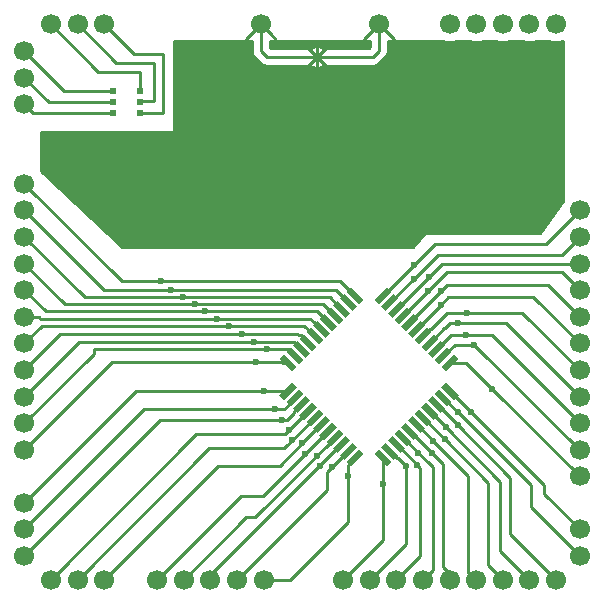
<source format=gbr>
G04 #@! TF.FileFunction,Copper,L1,Top,Signal*
%FSLAX46Y46*%
G04 Gerber Fmt 4.6, Leading zero omitted, Abs format (unit mm)*
G04 Created by KiCad (PCBNEW 4.0.1-stable) date Friday, September 23, 2016 'AMt' 01:17:15 AM*
%MOMM*%
G01*
G04 APERTURE LIST*
%ADD10C,0.100000*%
%ADD11R,0.600000X0.500000*%
%ADD12C,0.600000*%
%ADD13C,1.700000*%
%ADD14C,0.250000*%
%ADD15C,0.254000*%
G04 APERTURE END LIST*
D10*
D11*
X111300000Y-52100000D03*
X109000000Y-52100000D03*
X111300000Y-53050000D03*
X109000000Y-53050000D03*
X111300000Y-54000000D03*
X109000000Y-54000000D03*
D10*
G36*
X128743134Y-69135188D02*
X129132042Y-68746280D01*
X130192702Y-69806940D01*
X129803794Y-70195848D01*
X128743134Y-69135188D01*
X128743134Y-69135188D01*
G37*
G36*
X128177449Y-69700874D02*
X128566357Y-69311966D01*
X129627017Y-70372626D01*
X129238109Y-70761534D01*
X128177449Y-69700874D01*
X128177449Y-69700874D01*
G37*
G36*
X127611764Y-70266559D02*
X128000672Y-69877651D01*
X129061332Y-70938311D01*
X128672424Y-71327219D01*
X127611764Y-70266559D01*
X127611764Y-70266559D01*
G37*
G36*
X127046078Y-70832244D02*
X127434986Y-70443336D01*
X128495646Y-71503996D01*
X128106738Y-71892904D01*
X127046078Y-70832244D01*
X127046078Y-70832244D01*
G37*
G36*
X126480393Y-71397930D02*
X126869301Y-71009022D01*
X127929961Y-72069682D01*
X127541053Y-72458590D01*
X126480393Y-71397930D01*
X126480393Y-71397930D01*
G37*
G36*
X125914707Y-71963615D02*
X126303615Y-71574707D01*
X127364275Y-72635367D01*
X126975367Y-73024275D01*
X125914707Y-71963615D01*
X125914707Y-71963615D01*
G37*
G36*
X125349022Y-72529301D02*
X125737930Y-72140393D01*
X126798590Y-73201053D01*
X126409682Y-73589961D01*
X125349022Y-72529301D01*
X125349022Y-72529301D01*
G37*
G36*
X124783336Y-73094986D02*
X125172244Y-72706078D01*
X126232904Y-73766738D01*
X125843996Y-74155646D01*
X124783336Y-73094986D01*
X124783336Y-73094986D01*
G37*
G36*
X124217651Y-73660672D02*
X124606559Y-73271764D01*
X125667219Y-74332424D01*
X125278311Y-74721332D01*
X124217651Y-73660672D01*
X124217651Y-73660672D01*
G37*
G36*
X123651966Y-74226357D02*
X124040874Y-73837449D01*
X125101534Y-74898109D01*
X124712626Y-75287017D01*
X123651966Y-74226357D01*
X123651966Y-74226357D01*
G37*
G36*
X123086280Y-74792042D02*
X123475188Y-74403134D01*
X124535848Y-75463794D01*
X124146940Y-75852702D01*
X123086280Y-74792042D01*
X123086280Y-74792042D01*
G37*
G36*
X123475188Y-78256866D02*
X123086280Y-77867958D01*
X124146940Y-76807298D01*
X124535848Y-77196206D01*
X123475188Y-78256866D01*
X123475188Y-78256866D01*
G37*
G36*
X124040874Y-78822551D02*
X123651966Y-78433643D01*
X124712626Y-77372983D01*
X125101534Y-77761891D01*
X124040874Y-78822551D01*
X124040874Y-78822551D01*
G37*
G36*
X124606559Y-79388236D02*
X124217651Y-78999328D01*
X125278311Y-77938668D01*
X125667219Y-78327576D01*
X124606559Y-79388236D01*
X124606559Y-79388236D01*
G37*
G36*
X125172244Y-79953922D02*
X124783336Y-79565014D01*
X125843996Y-78504354D01*
X126232904Y-78893262D01*
X125172244Y-79953922D01*
X125172244Y-79953922D01*
G37*
G36*
X125737930Y-80519607D02*
X125349022Y-80130699D01*
X126409682Y-79070039D01*
X126798590Y-79458947D01*
X125737930Y-80519607D01*
X125737930Y-80519607D01*
G37*
G36*
X126303615Y-81085293D02*
X125914707Y-80696385D01*
X126975367Y-79635725D01*
X127364275Y-80024633D01*
X126303615Y-81085293D01*
X126303615Y-81085293D01*
G37*
G36*
X126869301Y-81650978D02*
X126480393Y-81262070D01*
X127541053Y-80201410D01*
X127929961Y-80590318D01*
X126869301Y-81650978D01*
X126869301Y-81650978D01*
G37*
G36*
X127434986Y-82216664D02*
X127046078Y-81827756D01*
X128106738Y-80767096D01*
X128495646Y-81156004D01*
X127434986Y-82216664D01*
X127434986Y-82216664D01*
G37*
G36*
X128000672Y-82782349D02*
X127611764Y-82393441D01*
X128672424Y-81332781D01*
X129061332Y-81721689D01*
X128000672Y-82782349D01*
X128000672Y-82782349D01*
G37*
G36*
X128566357Y-83348034D02*
X128177449Y-82959126D01*
X129238109Y-81898466D01*
X129627017Y-82287374D01*
X128566357Y-83348034D01*
X128566357Y-83348034D01*
G37*
G36*
X129132042Y-83913720D02*
X128743134Y-83524812D01*
X129803794Y-82464152D01*
X130192702Y-82853060D01*
X129132042Y-83913720D01*
X129132042Y-83913720D01*
G37*
G36*
X131147298Y-82853060D02*
X131536206Y-82464152D01*
X132596866Y-83524812D01*
X132207958Y-83913720D01*
X131147298Y-82853060D01*
X131147298Y-82853060D01*
G37*
G36*
X131712983Y-82287374D02*
X132101891Y-81898466D01*
X133162551Y-82959126D01*
X132773643Y-83348034D01*
X131712983Y-82287374D01*
X131712983Y-82287374D01*
G37*
G36*
X132278668Y-81721689D02*
X132667576Y-81332781D01*
X133728236Y-82393441D01*
X133339328Y-82782349D01*
X132278668Y-81721689D01*
X132278668Y-81721689D01*
G37*
G36*
X132844354Y-81156004D02*
X133233262Y-80767096D01*
X134293922Y-81827756D01*
X133905014Y-82216664D01*
X132844354Y-81156004D01*
X132844354Y-81156004D01*
G37*
G36*
X133410039Y-80590318D02*
X133798947Y-80201410D01*
X134859607Y-81262070D01*
X134470699Y-81650978D01*
X133410039Y-80590318D01*
X133410039Y-80590318D01*
G37*
G36*
X133975725Y-80024633D02*
X134364633Y-79635725D01*
X135425293Y-80696385D01*
X135036385Y-81085293D01*
X133975725Y-80024633D01*
X133975725Y-80024633D01*
G37*
G36*
X134541410Y-79458947D02*
X134930318Y-79070039D01*
X135990978Y-80130699D01*
X135602070Y-80519607D01*
X134541410Y-79458947D01*
X134541410Y-79458947D01*
G37*
G36*
X135107096Y-78893262D02*
X135496004Y-78504354D01*
X136556664Y-79565014D01*
X136167756Y-79953922D01*
X135107096Y-78893262D01*
X135107096Y-78893262D01*
G37*
G36*
X135672781Y-78327576D02*
X136061689Y-77938668D01*
X137122349Y-78999328D01*
X136733441Y-79388236D01*
X135672781Y-78327576D01*
X135672781Y-78327576D01*
G37*
G36*
X136238466Y-77761891D02*
X136627374Y-77372983D01*
X137688034Y-78433643D01*
X137299126Y-78822551D01*
X136238466Y-77761891D01*
X136238466Y-77761891D01*
G37*
G36*
X136804152Y-77196206D02*
X137193060Y-76807298D01*
X138253720Y-77867958D01*
X137864812Y-78256866D01*
X136804152Y-77196206D01*
X136804152Y-77196206D01*
G37*
G36*
X137193060Y-75852702D02*
X136804152Y-75463794D01*
X137864812Y-74403134D01*
X138253720Y-74792042D01*
X137193060Y-75852702D01*
X137193060Y-75852702D01*
G37*
G36*
X136627374Y-75287017D02*
X136238466Y-74898109D01*
X137299126Y-73837449D01*
X137688034Y-74226357D01*
X136627374Y-75287017D01*
X136627374Y-75287017D01*
G37*
G36*
X136061689Y-74721332D02*
X135672781Y-74332424D01*
X136733441Y-73271764D01*
X137122349Y-73660672D01*
X136061689Y-74721332D01*
X136061689Y-74721332D01*
G37*
G36*
X135496004Y-74155646D02*
X135107096Y-73766738D01*
X136167756Y-72706078D01*
X136556664Y-73094986D01*
X135496004Y-74155646D01*
X135496004Y-74155646D01*
G37*
G36*
X134930318Y-73589961D02*
X134541410Y-73201053D01*
X135602070Y-72140393D01*
X135990978Y-72529301D01*
X134930318Y-73589961D01*
X134930318Y-73589961D01*
G37*
G36*
X134364633Y-73024275D02*
X133975725Y-72635367D01*
X135036385Y-71574707D01*
X135425293Y-71963615D01*
X134364633Y-73024275D01*
X134364633Y-73024275D01*
G37*
G36*
X133798947Y-72458590D02*
X133410039Y-72069682D01*
X134470699Y-71009022D01*
X134859607Y-71397930D01*
X133798947Y-72458590D01*
X133798947Y-72458590D01*
G37*
G36*
X133233262Y-71892904D02*
X132844354Y-71503996D01*
X133905014Y-70443336D01*
X134293922Y-70832244D01*
X133233262Y-71892904D01*
X133233262Y-71892904D01*
G37*
G36*
X132667576Y-71327219D02*
X132278668Y-70938311D01*
X133339328Y-69877651D01*
X133728236Y-70266559D01*
X132667576Y-71327219D01*
X132667576Y-71327219D01*
G37*
G36*
X132101891Y-70761534D02*
X131712983Y-70372626D01*
X132773643Y-69311966D01*
X133162551Y-69700874D01*
X132101891Y-70761534D01*
X132101891Y-70761534D01*
G37*
G36*
X131536206Y-70195848D02*
X131147298Y-69806940D01*
X132207958Y-68746280D01*
X132596866Y-69135188D01*
X131536206Y-70195848D01*
X131536206Y-70195848D01*
G37*
D12*
X126250000Y-49250000D03*
X126250000Y-49250000D03*
D13*
X121500000Y-46500000D03*
X131500000Y-46500000D03*
D12*
X113050000Y-68253146D03*
X113875000Y-69000000D03*
X114925000Y-69600000D03*
X115900000Y-70200000D03*
X116800000Y-70800000D03*
X117825000Y-71400000D03*
X118850000Y-72000000D03*
X119950000Y-72700000D03*
X120975000Y-73395508D03*
X122000000Y-73961193D03*
X121075000Y-75100000D03*
X134493146Y-66850000D03*
X134449517Y-68025000D03*
X135730887Y-67875000D03*
X135675000Y-69062258D03*
X136800000Y-69068629D03*
X136775000Y-70225000D03*
X139000000Y-70900000D03*
X138200000Y-71800000D03*
X138875000Y-72800000D03*
X139600000Y-73600000D03*
X141125000Y-77375000D03*
X139296854Y-79300000D03*
X138200000Y-79334517D03*
X138175000Y-80440887D03*
X137177742Y-80575000D03*
X137096371Y-81625000D03*
X136090000Y-81750000D03*
X135975000Y-82766371D03*
X134855530Y-82800000D03*
X134724160Y-83800000D03*
X133800000Y-83900000D03*
X131872082Y-85450000D03*
X128875000Y-84725000D03*
X127525000Y-84000483D03*
X126529112Y-83875000D03*
X126275000Y-82997742D03*
X125266370Y-82875000D03*
X125025000Y-81975000D03*
X124150000Y-81725000D03*
X123925000Y-80822258D03*
X123350000Y-80000000D03*
X122750000Y-79100000D03*
X121750000Y-77532082D03*
D13*
X101500000Y-53250000D03*
X146500000Y-93500000D03*
X146500000Y-46500000D03*
X144250000Y-93500000D03*
X144250000Y-46500000D03*
X142000000Y-93500000D03*
X142000000Y-46500000D03*
X139750000Y-93500000D03*
X139750000Y-46500000D03*
X137500000Y-93500000D03*
X137500000Y-46500000D03*
X135250000Y-93500000D03*
X133000000Y-93500000D03*
X130750000Y-93500000D03*
X128500000Y-93500000D03*
X121750000Y-93500000D03*
X119500000Y-93500000D03*
X117250000Y-93500000D03*
X115000000Y-93500000D03*
X112750000Y-93500000D03*
X108250000Y-93500000D03*
X108250000Y-46500000D03*
X106000000Y-93500000D03*
X106000000Y-46500000D03*
X103750000Y-93500000D03*
X103750000Y-46500000D03*
X101500000Y-91500000D03*
X148500000Y-91500000D03*
X148500000Y-89250000D03*
X148500000Y-84750000D03*
X148500000Y-82500000D03*
X148500000Y-80250000D03*
X148500000Y-78000000D03*
X148500000Y-75750000D03*
X148500000Y-73500000D03*
X148500000Y-71250000D03*
X148500000Y-69000000D03*
X148500000Y-66750000D03*
X148500000Y-64500000D03*
X148500000Y-62250000D03*
X101500000Y-89250000D03*
X101500000Y-87000000D03*
X101500000Y-82500000D03*
X101500000Y-80250000D03*
X101500000Y-78000000D03*
X101500000Y-75750000D03*
X101500000Y-73500000D03*
X101500000Y-71250000D03*
X101500000Y-69000000D03*
X101500000Y-66750000D03*
X101500000Y-64500000D03*
X101500000Y-62250000D03*
X101500000Y-60000000D03*
X101500000Y-51000000D03*
X101500000Y-48750000D03*
D14*
X126250000Y-49250000D02*
X127000000Y-50000000D01*
X127000000Y-48500000D02*
X125500000Y-50000000D01*
X126250000Y-49250000D02*
X127000000Y-48500000D01*
X125950001Y-48950001D02*
X125500000Y-48500000D01*
X126250000Y-49250000D02*
X125950001Y-48950001D01*
X132349999Y-47349999D02*
X132750000Y-47750000D01*
X131500000Y-46500000D02*
X132349999Y-47349999D01*
X130650001Y-47349999D02*
X130250000Y-47750000D01*
X131500000Y-46500000D02*
X130650001Y-47349999D01*
X122349999Y-47349999D02*
X122750000Y-47750000D01*
X121500000Y-46500000D02*
X122349999Y-47349999D01*
X120650001Y-47349999D02*
X120250000Y-47750000D01*
X121500000Y-46500000D02*
X120650001Y-47349999D01*
X126250000Y-50250000D02*
X126250000Y-48250000D01*
X126250000Y-49250000D02*
X126250000Y-50250000D01*
X131500000Y-48750000D02*
X131000000Y-49250000D01*
X131000000Y-49250000D02*
X126250000Y-49250000D01*
X131500000Y-46500000D02*
X131500000Y-48750000D01*
X122000000Y-49250000D02*
X126250000Y-49250000D01*
X121500000Y-48750000D02*
X122000000Y-49250000D01*
X121500000Y-46500000D02*
X121500000Y-48750000D01*
X113250000Y-49000000D02*
X110750000Y-49000000D01*
X124000000Y-93500000D02*
X121750000Y-93500000D01*
X136090000Y-81750000D02*
X139090000Y-84750000D01*
X139090000Y-84750000D02*
X139090000Y-92910000D01*
X139090000Y-92910000D02*
X139160000Y-92910000D01*
X139160000Y-92910000D02*
X139750000Y-93500000D01*
X136908629Y-83700000D02*
X136908629Y-92408629D01*
X136908629Y-92408629D02*
X137500000Y-93000000D01*
X137500000Y-93000000D02*
X137500000Y-93500000D01*
X129467918Y-83188936D02*
X128866878Y-83789976D01*
X128866878Y-83789976D02*
X128866878Y-88633122D01*
X128866878Y-88633122D02*
X124000000Y-93500000D01*
X128250000Y-68253146D02*
X113050000Y-68253146D01*
X113050000Y-68253146D02*
X109753146Y-68253146D01*
X127865483Y-69000000D02*
X113875000Y-69000000D01*
X113875000Y-69000000D02*
X108250000Y-69000000D01*
X127334113Y-69600000D02*
X114925000Y-69600000D01*
X114925000Y-69600000D02*
X106600000Y-69600000D01*
X126800000Y-70200000D02*
X115900000Y-70200000D01*
X115900000Y-70200000D02*
X104950000Y-70200000D01*
X126271371Y-70800000D02*
X116800000Y-70800000D01*
X116800000Y-70800000D02*
X103300000Y-70800000D01*
X125700000Y-71400000D02*
X117825000Y-71400000D01*
X117825000Y-71400000D02*
X102800000Y-71400000D01*
X125208629Y-72000000D02*
X118850000Y-72000000D01*
X118850000Y-72000000D02*
X103000000Y-72000000D01*
X124600000Y-72700000D02*
X119950000Y-72700000D01*
X119950000Y-72700000D02*
X104550000Y-72700000D01*
X124341395Y-73395508D02*
X120975000Y-73395508D01*
X120975000Y-73395508D02*
X120095508Y-73395508D01*
X123775710Y-73961193D02*
X122000000Y-73961193D01*
X122000000Y-73961193D02*
X107361193Y-73961193D01*
X123294238Y-75100000D02*
X121075000Y-75100000D01*
X121075000Y-75100000D02*
X108900000Y-75100000D01*
X131872082Y-69471064D02*
X134493146Y-66850000D01*
X134493146Y-66850000D02*
X136243146Y-65100000D01*
X132437767Y-70036750D02*
X134449517Y-68025000D01*
X134449517Y-68025000D02*
X136474517Y-66000000D01*
X133003452Y-70602435D02*
X135730887Y-67875000D01*
X135730887Y-67875000D02*
X136855887Y-66750000D01*
X133569138Y-71168120D02*
X135675000Y-69062258D01*
X135675000Y-69062258D02*
X137237258Y-67500000D01*
X134134823Y-71733806D02*
X136800000Y-69068629D01*
X136800000Y-69068629D02*
X137268629Y-68600000D01*
X134700509Y-72299491D02*
X136775000Y-70225000D01*
X136775000Y-70225000D02*
X137400000Y-69600000D01*
X137300000Y-70900000D02*
X139000000Y-70900000D01*
X139000000Y-70900000D02*
X143650000Y-70900000D01*
X137500000Y-71800000D02*
X138200000Y-71800000D01*
X138200000Y-71800000D02*
X142300000Y-71800000D01*
X137594113Y-72800000D02*
X138875000Y-72800000D01*
X138875000Y-72800000D02*
X141050000Y-72800000D01*
X138877918Y-75127918D02*
X141125000Y-77375000D01*
X141125000Y-77375000D02*
X148500000Y-84750000D01*
X137528936Y-77532082D02*
X139296854Y-79300000D01*
X139296854Y-79300000D02*
X145500000Y-85503146D01*
X136963250Y-78097767D02*
X138200000Y-79334517D01*
X138200000Y-79334517D02*
X144365483Y-85500000D01*
X136397565Y-78663452D02*
X138175000Y-80440887D01*
X138175000Y-80440887D02*
X142600000Y-84865887D01*
X135831880Y-79229138D02*
X137177742Y-80575000D01*
X137177742Y-80575000D02*
X141802742Y-85200000D01*
X135266194Y-79794823D02*
X137096371Y-81625000D01*
X137096371Y-81625000D02*
X140771371Y-85300000D01*
X134700509Y-80360509D02*
X136090000Y-81750000D01*
X134134823Y-80926194D02*
X135975000Y-82766371D01*
X135975000Y-82766371D02*
X136908629Y-83700000D01*
X131872082Y-83188936D02*
X131872082Y-85450000D01*
X131872082Y-85450000D02*
X131872082Y-90127918D01*
X128902233Y-82623250D02*
X127525000Y-84000483D01*
X127525000Y-84000483D02*
X127125483Y-84400000D01*
X126639491Y-80360509D02*
X125025000Y-81975000D01*
X125025000Y-81975000D02*
X123100000Y-83900000D01*
X123700000Y-80000000D02*
X123350000Y-80000000D01*
X123350000Y-80000000D02*
X113000000Y-80000000D01*
X123500000Y-79100000D02*
X122750000Y-79100000D01*
X122750000Y-79100000D02*
X111650000Y-79100000D01*
X123811064Y-77532082D02*
X121750000Y-77532082D01*
X121750000Y-77532082D02*
X110967918Y-77532082D01*
X136243146Y-65100000D02*
X145650000Y-65100000D01*
X145650000Y-65100000D02*
X148500000Y-62250000D01*
X136474517Y-66000000D02*
X147000000Y-66000000D01*
X147000000Y-66000000D02*
X148500000Y-64500000D01*
X136855887Y-66750000D02*
X148500000Y-66750000D01*
X137237258Y-67500000D02*
X147000000Y-67500000D01*
X147000000Y-67500000D02*
X148500000Y-69000000D01*
X137268629Y-68600000D02*
X145850000Y-68600000D01*
X145850000Y-68600000D02*
X148500000Y-71250000D01*
X137400000Y-69600000D02*
X144600000Y-69600000D01*
X144600000Y-69600000D02*
X148500000Y-73500000D01*
X143650000Y-70900000D02*
X148500000Y-75750000D01*
X135935863Y-72264137D02*
X137300000Y-70900000D01*
X135266194Y-72865177D02*
X135867234Y-72264137D01*
X135867234Y-72264137D02*
X135935863Y-72264137D01*
X142300000Y-71800000D02*
X148500000Y-78000000D01*
X137100000Y-72200000D02*
X137500000Y-71800000D01*
X137062742Y-72200000D02*
X137100000Y-72200000D01*
X135831880Y-73430862D02*
X137062742Y-72200000D01*
X136397565Y-73996548D02*
X137594113Y-72800000D01*
X141050000Y-72800000D02*
X148500000Y-80250000D01*
X136963250Y-74562233D02*
X137925483Y-73600000D01*
X137925483Y-73600000D02*
X139600000Y-73600000D01*
X139600000Y-73600000D02*
X148500000Y-82500000D01*
X137528936Y-75127918D02*
X138877918Y-75127918D01*
X145500000Y-85503146D02*
X145500000Y-86250000D01*
X145500000Y-86250000D02*
X148500000Y-89250000D01*
X144365483Y-85500000D02*
X144365483Y-87365483D01*
X144365483Y-87365483D02*
X148500000Y-91500000D01*
X142600000Y-84865887D02*
X142600000Y-89600000D01*
X142600000Y-89600000D02*
X146500000Y-93500000D01*
X141802742Y-85200000D02*
X141802742Y-91052742D01*
X141802742Y-91052742D02*
X144250000Y-93500000D01*
X140771371Y-85300000D02*
X140771371Y-92271371D01*
X140771371Y-92271371D02*
X142000000Y-93500000D01*
X136908629Y-83700000D02*
X136908629Y-83708629D01*
X136100000Y-84000000D02*
X136099999Y-92650001D01*
X136099999Y-92650001D02*
X135250000Y-93500000D01*
X135922742Y-83822742D02*
X136100000Y-84000000D01*
X135900000Y-83822742D02*
X135922742Y-83822742D01*
X133569138Y-81491880D02*
X135900000Y-83822742D01*
X135000000Y-84054113D02*
X135000000Y-91500000D01*
X135000000Y-91500000D02*
X133000000Y-93500000D01*
X133003452Y-82057565D02*
X135000000Y-84054113D01*
X133800000Y-83900000D02*
X133800000Y-90450000D01*
X133800000Y-90450000D02*
X130750000Y-93500000D01*
X133124290Y-83224290D02*
X133800000Y-83900000D01*
X132437767Y-82623250D02*
X133038807Y-83224290D01*
X133038807Y-83224290D02*
X133124290Y-83224290D01*
X131872082Y-90127918D02*
X128500000Y-93500000D01*
X127125483Y-84400000D02*
X127125483Y-85874517D01*
X127125483Y-85874517D02*
X119500000Y-93500000D01*
X128336548Y-82057565D02*
X117250000Y-93144113D01*
X117250000Y-93144113D02*
X117250000Y-93500000D01*
X121062742Y-88200000D02*
X120300000Y-88200000D01*
X120300000Y-88200000D02*
X115000000Y-93500000D01*
X127770862Y-81491880D02*
X121062742Y-88200000D01*
X121700000Y-86400000D02*
X119850000Y-86400000D01*
X119850000Y-86400000D02*
X112750000Y-93500000D01*
X123968629Y-84131371D02*
X121700000Y-86400000D01*
X124000000Y-84131371D02*
X123968629Y-84131371D01*
X127205177Y-80926194D02*
X124000000Y-84131371D01*
X123100000Y-83900000D02*
X117850000Y-83900000D01*
X117850000Y-83900000D02*
X108250000Y-93500000D01*
X123468629Y-82400000D02*
X117100000Y-82400000D01*
X117100000Y-82400000D02*
X106000000Y-93500000D01*
X126073806Y-79794823D02*
X123468629Y-82400000D01*
X123537258Y-81200000D02*
X116050000Y-81200000D01*
X116050000Y-81200000D02*
X103750000Y-93500000D01*
X125508120Y-79229138D02*
X123537258Y-81200000D01*
X113000000Y-80000000D02*
X101500000Y-91500000D01*
X124341395Y-79358605D02*
X123700000Y-80000000D01*
X124942435Y-78663452D02*
X124341395Y-79264492D01*
X124341395Y-79264492D02*
X124341395Y-79358605D01*
X111650000Y-79100000D02*
X101500000Y-89250000D01*
X123775710Y-78824290D02*
X123500000Y-79100000D01*
X124376750Y-78097767D02*
X123775710Y-78698807D01*
X123775710Y-78698807D02*
X123775710Y-78824290D01*
X110967918Y-77532082D02*
X101500000Y-87000000D01*
X108900000Y-75100000D02*
X101500000Y-82500000D01*
X123811064Y-75127918D02*
X123322156Y-75127918D01*
X123322156Y-75127918D02*
X123294238Y-75100000D01*
X107361193Y-73961193D02*
X107361193Y-74388807D01*
X107361193Y-74388807D02*
X101500000Y-80250000D01*
X124376750Y-74562233D02*
X123775710Y-73961193D01*
X120091016Y-73400000D02*
X106100000Y-73400000D01*
X106100000Y-73400000D02*
X101500000Y-78000000D01*
X120095508Y-73395508D02*
X120091016Y-73400000D01*
X124942435Y-73996548D02*
X124341395Y-73395508D01*
X104550000Y-72700000D02*
X101500000Y-75750000D01*
X124729822Y-72829822D02*
X124600000Y-72700000D01*
X125508120Y-73430862D02*
X124907080Y-72829822D01*
X124907080Y-72829822D02*
X124729822Y-72829822D01*
X103000000Y-72000000D02*
X101500000Y-73500000D01*
X126073806Y-72865177D02*
X125208629Y-72000000D01*
X126639491Y-72299491D02*
X126038451Y-71698451D01*
X126038451Y-71698451D02*
X125998451Y-71698451D01*
X125998451Y-71698451D02*
X125700000Y-71400000D01*
X102702081Y-71250000D02*
X101500000Y-71250000D01*
X102800000Y-71400000D02*
X102800000Y-71347919D01*
X102800000Y-71347919D02*
X102702081Y-71250000D01*
X103300000Y-70800000D02*
X101500000Y-69000000D01*
X127205177Y-71733806D02*
X126271371Y-70800000D01*
X127770862Y-71168120D02*
X127169822Y-70567080D01*
X127169822Y-70567080D02*
X127167080Y-70567080D01*
X127167080Y-70567080D02*
X126800000Y-70200000D01*
X104950000Y-70200000D02*
X101500000Y-66750000D01*
X106600000Y-69600000D02*
X101500000Y-64500000D01*
X128336548Y-70602435D02*
X127334113Y-69600000D01*
X108250000Y-69000000D02*
X101500000Y-62250000D01*
X128902233Y-70036750D02*
X127865483Y-69000000D01*
X109753146Y-68253146D02*
X101500000Y-60000000D01*
X129467918Y-69471064D02*
X128250000Y-68253146D01*
X110750000Y-49000000D02*
X108250000Y-46500000D01*
X113250000Y-54000000D02*
X113250000Y-49000000D01*
X111300000Y-54000000D02*
X113250000Y-54000000D01*
X112500000Y-49750000D02*
X109250000Y-49750000D01*
X109250000Y-49750000D02*
X106000000Y-46500000D01*
X112500000Y-53000000D02*
X112500000Y-49750000D01*
X111400000Y-53000000D02*
X112500000Y-53000000D01*
X111300000Y-53050000D02*
X111350000Y-53050000D01*
X111350000Y-53050000D02*
X111400000Y-53000000D01*
X111250000Y-50500000D02*
X107750000Y-50500000D01*
X107750000Y-50500000D02*
X103750000Y-46500000D01*
X111300000Y-50550000D02*
X111250000Y-50500000D01*
X111300000Y-52100000D02*
X111300000Y-50550000D01*
X109000000Y-54000000D02*
X102250000Y-54000000D01*
X102250000Y-54000000D02*
X101500000Y-53250000D01*
X109000000Y-53050000D02*
X103550000Y-53050000D01*
X103550000Y-53050000D02*
X101500000Y-51000000D01*
X109000000Y-52100000D02*
X104850000Y-52100000D01*
X104850000Y-52100000D02*
X101500000Y-48750000D01*
D15*
G36*
X120740000Y-48750000D02*
X120797852Y-49040839D01*
X120962599Y-49287401D01*
X121462599Y-49787401D01*
X121709161Y-49952148D01*
X122000000Y-50010000D01*
X125687537Y-50010000D01*
X125719673Y-50042192D01*
X126063201Y-50184838D01*
X126435167Y-50185162D01*
X126778943Y-50043117D01*
X126812118Y-50010000D01*
X131000000Y-50010000D01*
X131290839Y-49952148D01*
X131537401Y-49787401D01*
X132037401Y-49287401D01*
X132202148Y-49040839D01*
X132260000Y-48750000D01*
X132260000Y-47877000D01*
X136943848Y-47877000D01*
X137203319Y-47984742D01*
X137794089Y-47985257D01*
X138056091Y-47877000D01*
X139193848Y-47877000D01*
X139453319Y-47984742D01*
X140044089Y-47985257D01*
X140306091Y-47877000D01*
X141443848Y-47877000D01*
X141703319Y-47984742D01*
X142294089Y-47985257D01*
X142556091Y-47877000D01*
X143693848Y-47877000D01*
X143953319Y-47984742D01*
X144544089Y-47985257D01*
X144806091Y-47877000D01*
X145943848Y-47877000D01*
X146203319Y-47984742D01*
X146794089Y-47985257D01*
X147056091Y-47877000D01*
X147123000Y-47877000D01*
X147123000Y-61458702D01*
X145185329Y-64123000D01*
X135500000Y-64123000D01*
X135450590Y-64133006D01*
X135400830Y-64170664D01*
X134438961Y-65373000D01*
X109799872Y-65373000D01*
X102877000Y-58944619D01*
X102877000Y-55627000D01*
X114000000Y-55627000D01*
X114049410Y-55616994D01*
X114091035Y-55588553D01*
X114118315Y-55546159D01*
X114127000Y-55500000D01*
X114127000Y-47877000D01*
X120740000Y-47877000D01*
X120740000Y-48750000D01*
X120740000Y-48750000D01*
G37*
X120740000Y-48750000D02*
X120797852Y-49040839D01*
X120962599Y-49287401D01*
X121462599Y-49787401D01*
X121709161Y-49952148D01*
X122000000Y-50010000D01*
X125687537Y-50010000D01*
X125719673Y-50042192D01*
X126063201Y-50184838D01*
X126435167Y-50185162D01*
X126778943Y-50043117D01*
X126812118Y-50010000D01*
X131000000Y-50010000D01*
X131290839Y-49952148D01*
X131537401Y-49787401D01*
X132037401Y-49287401D01*
X132202148Y-49040839D01*
X132260000Y-48750000D01*
X132260000Y-47877000D01*
X136943848Y-47877000D01*
X137203319Y-47984742D01*
X137794089Y-47985257D01*
X138056091Y-47877000D01*
X139193848Y-47877000D01*
X139453319Y-47984742D01*
X140044089Y-47985257D01*
X140306091Y-47877000D01*
X141443848Y-47877000D01*
X141703319Y-47984742D01*
X142294089Y-47985257D01*
X142556091Y-47877000D01*
X143693848Y-47877000D01*
X143953319Y-47984742D01*
X144544089Y-47985257D01*
X144806091Y-47877000D01*
X145943848Y-47877000D01*
X146203319Y-47984742D01*
X146794089Y-47985257D01*
X147056091Y-47877000D01*
X147123000Y-47877000D01*
X147123000Y-61458702D01*
X145185329Y-64123000D01*
X135500000Y-64123000D01*
X135450590Y-64133006D01*
X135400830Y-64170664D01*
X134438961Y-65373000D01*
X109799872Y-65373000D01*
X102877000Y-58944619D01*
X102877000Y-55627000D01*
X114000000Y-55627000D01*
X114049410Y-55616994D01*
X114091035Y-55588553D01*
X114118315Y-55546159D01*
X114127000Y-55500000D01*
X114127000Y-47877000D01*
X120740000Y-47877000D01*
X120740000Y-48750000D01*
G36*
X130740000Y-48435198D02*
X130685198Y-48490000D01*
X126812463Y-48490000D01*
X126780327Y-48457808D01*
X126436799Y-48315162D01*
X126064833Y-48314838D01*
X125721057Y-48456883D01*
X125687882Y-48490000D01*
X122314802Y-48490000D01*
X122260000Y-48435198D01*
X122260000Y-47877000D01*
X130740000Y-47877000D01*
X130740000Y-48435198D01*
X130740000Y-48435198D01*
G37*
X130740000Y-48435198D02*
X130685198Y-48490000D01*
X126812463Y-48490000D01*
X126780327Y-48457808D01*
X126436799Y-48315162D01*
X126064833Y-48314838D01*
X125721057Y-48456883D01*
X125687882Y-48490000D01*
X122314802Y-48490000D01*
X122260000Y-48435198D01*
X122260000Y-47877000D01*
X130740000Y-47877000D01*
X130740000Y-48435198D01*
M02*

</source>
